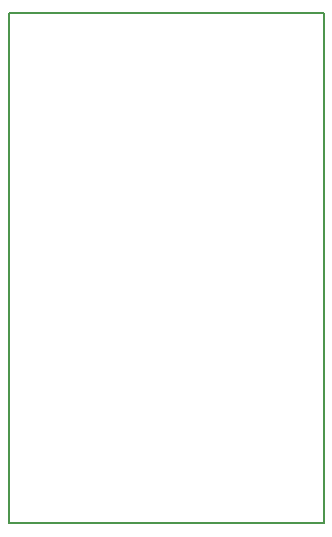
<source format=gm1>
G04 #@! TF.FileFunction,Profile,NP*
%FSLAX46Y46*%
G04 Gerber Fmt 4.6, Leading zero omitted, Abs format (unit mm)*
G04 Created by KiCad (PCBNEW 4.0.6) date Monday, 03 July 2017 'AMt' 11:17:00*
%MOMM*%
%LPD*%
G01*
G04 APERTURE LIST*
%ADD10C,0.101600*%
%ADD11C,0.150000*%
G04 APERTURE END LIST*
D10*
D11*
X162560000Y-52070000D02*
X135890000Y-52070000D01*
X162560000Y-95250000D02*
X162560000Y-52070000D01*
X135890000Y-95250000D02*
X162560000Y-95250000D01*
X135890000Y-52070000D02*
X135890000Y-95250000D01*
M02*

</source>
